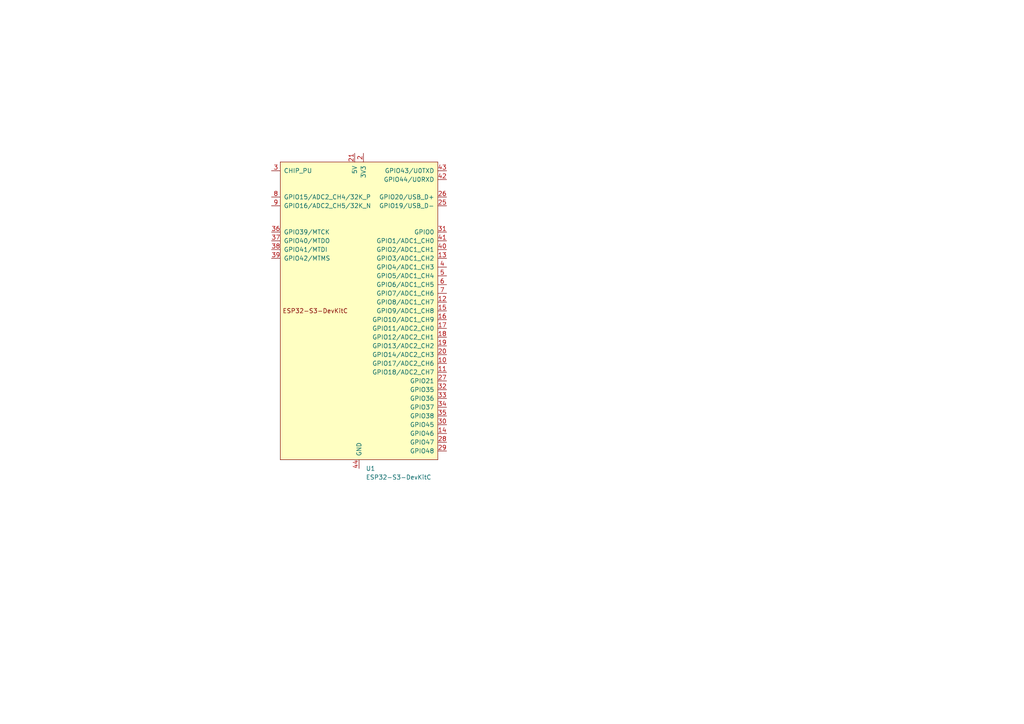
<source format=kicad_sch>
(kicad_sch (version 20230121) (generator eeschema)
  (paper "A4")
  (lib_symbols
    (symbol "Espressif:ESP32-S3-DevKitC" (pin_names (offset 1.016))
      (property "Reference" "U" (at -22.86 48.26 0))
      (property "Value" "ESP32-S3-DevKitC" (at -22.86 45.72 0))
      (symbol "ESP32-S3-DevKitC_0_0"
        (text "ESP32-S3-DevKitC" (at -12.7 0 0) (effects (font (size 1.27 1.27))))
        (pin bidirectional line (at 25.4 -35.56 180) (length 2.54) (name "GPIO46") (number "14"))
        (pin bidirectional line (at 25.4 -10.16 180) (length 2.54) (name "GPIO13/ADC2_CH2") (number "19"))
        (pin bidirectional line (at -25.4 15.24 0) (length 2.54) (name "GPIO42/MTMS") (number "39"))
        (pin bidirectional line (at 25.4 17.78 180) (length 2.54) (name "GPIO2/ADC1_CH1") (number "40"))
        (pin bidirectional line (at 25.4 20.32 180) (length 2.54) (name "GPIO1/ADC1_CH0") (number "41"))
        (pin bidirectional line (at 25.4 38.1 180) (length 2.54) (name "GPIO44/U0RXD") (number "42"))
        (pin bidirectional line (at 25.4 40.64 180) (length 2.54) (name "GPIO43/U0TXD") (number "43"))
        (pin power_in line (at 0 -45.72 90) (length 2.54) (name "GND") (number "44"))
      )
      (symbol "ESP32-S3-DevKitC_0_1"
        (rectangle (start -22.86 43.18) (end 22.86 -43.18) (fill (type background)))
        (pin power_in line (at 1.27 45.72 270) (length 2.54) (name "3V3") (number "2"))
      )
      (symbol "ESP32-S3-DevKitC_1_1"
        (pin passive line (at 1.27 45.72 270) (length 2.54) hide (name "3V3") (number "1"))
        (pin bidirectional line (at 25.4 -15.24 180) (length 2.54) (name "GPIO17/ADC2_CH6") (number "10"))
        (pin bidirectional line (at 25.4 -17.78 180) (length 2.54) (name "GPIO18/ADC2_CH7") (number "11"))
        (pin bidirectional line (at 25.4 2.54 180) (length 2.54) (name "GPIO8/ADC1_CH7") (number "12"))
        (pin bidirectional line (at 25.4 15.24 180) (length 2.54) (name "GPIO3/ADC1_CH2") (number "13"))
        (pin bidirectional line (at 25.4 0 180) (length 2.54) (name "GPIO9/ADC1_CH8") (number "15"))
        (pin bidirectional line (at 25.4 -2.54 180) (length 2.54) (name "GPIO10/ADC1_CH9") (number "16"))
        (pin bidirectional line (at 25.4 -5.08 180) (length 2.54) (name "GPIO11/ADC2_CH0") (number "17"))
        (pin bidirectional line (at 25.4 -7.62 180) (length 2.54) (name "GPIO12/ADC2_CH1") (number "18"))
        (pin bidirectional line (at 25.4 -12.7 180) (length 2.54) (name "GPIO14/ADC2_CH3") (number "20"))
        (pin power_in line (at -1.27 45.72 270) (length 2.54) (name "5V") (number "21"))
        (pin passive line (at 0 -45.72 90) (length 2.54) hide (name "GND") (number "22"))
        (pin passive line (at 0 -45.72 90) (length 2.54) hide (name "GND") (number "23"))
        (pin passive line (at 0 -45.72 90) (length 2.54) hide (name "GND") (number "24"))
        (pin bidirectional line (at 25.4 30.48 180) (length 2.54) (name "GPIO19/USB_D-") (number "25"))
        (pin bidirectional line (at 25.4 33.02 180) (length 2.54) (name "GPIO20/USB_D+") (number "26"))
        (pin bidirectional line (at 25.4 -20.32 180) (length 2.54) (name "GPIO21") (number "27"))
        (pin bidirectional line (at 25.4 -38.1 180) (length 2.54) (name "GPIO47") (number "28"))
        (pin bidirectional line (at 25.4 -40.64 180) (length 2.54) (name "GPIO48") (number "29"))
        (pin input line (at -25.4 40.64 0) (length 2.54) (name "CHIP_PU") (number "3"))
        (pin bidirectional line (at 25.4 -33.02 180) (length 2.54) (name "GPIO45") (number "30"))
        (pin bidirectional line (at 25.4 22.86 180) (length 2.54) (name "GPIO0") (number "31"))
        (pin bidirectional line (at 25.4 -22.86 180) (length 2.54) (name "GPIO35") (number "32"))
        (pin bidirectional line (at 25.4 -25.4 180) (length 2.54) (name "GPIO36") (number "33"))
        (pin bidirectional line (at 25.4 -27.94 180) (length 2.54) (name "GPIO37") (number "34"))
        (pin bidirectional line (at 25.4 -30.48 180) (length 2.54) (name "GPIO38") (number "35"))
        (pin bidirectional line (at -25.4 22.86 0) (length 2.54) (name "GPIO39/MTCK") (number "36"))
        (pin bidirectional line (at -25.4 20.32 0) (length 2.54) (name "GPIO40/MTDO") (number "37"))
        (pin bidirectional line (at -25.4 17.78 0) (length 2.54) (name "GPIO41/MTDI") (number "38"))
        (pin bidirectional line (at 25.4 12.7 180) (length 2.54) (name "GPIO4/ADC1_CH3") (number "4"))
        (pin bidirectional line (at 25.4 10.16 180) (length 2.54) (name "GPIO5/ADC1_CH4") (number "5"))
        (pin bidirectional line (at 25.4 7.62 180) (length 2.54) (name "GPIO6/ADC1_CH5") (number "6"))
        (pin bidirectional line (at 25.4 5.08 180) (length 2.54) (name "GPIO7/ADC1_CH6") (number "7"))
        (pin bidirectional line (at -25.4 33.02 0) (length 2.54) (name "GPIO15/ADC2_CH4/32K_P") (number "8"))
        (pin bidirectional line (at -25.4 30.48 0) (length 2.54) (name "GPIO16/ADC2_CH5/32K_N") (number "9"))
      )
    )
  )
  (symbol (lib_id "Espressif:ESP32-S3-DevKitC") (at 104.14 90.17 0) (unit 1)
    (property "Reference" "U1" (at 106.0959 135.89 0) (effects (justify left)))
    (property "Value" "ESP32-S3-DevKitC" (at 106.0959 138.43 0) (effects (justify left)))
    (property "Footprint" "PCM_Espressif:ESP32-S3-DevKitC" (effects hide))
  )
)
</source>
